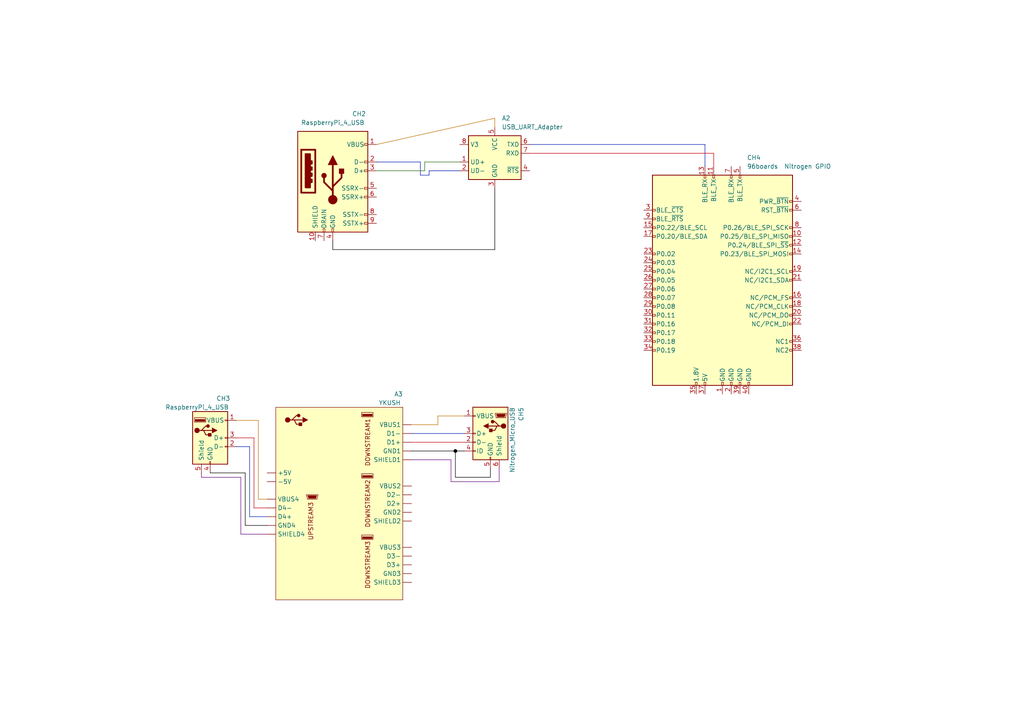
<source format=kicad_sch>
(kicad_sch (version 20211123) (generator eeschema)
  (paper "A4")
  (title_block (title "Nitrogen DUT") (date "2022-05-09") (company "Huawei inc.") (comment 1 "SPDX-FileCopyrightText: 2022 Huawei Inc.") (comment 2 "SPDX-License-Identifier: Apache-2.0") (comment 4 "Devices: Raspberry Pi 4B, 96boards Nitrogen, USB-UART adapter"))
  (lib_symbols
    (symbol "Connector:USB3_A" (pin_names (offset 1.016))
      (property "Reference" "J" (at -10.16 15.24 0))
      (property "Value" "USB3_A" (at 10.16 15.24 0))
      (symbol "USB3_A_0_0"
        (rectangle (start -9.144 8.636) (end -5.08 -3.81) (stroke (width 0.508)))
        (rectangle (start -7.874 7.366) (end -6.604 -2.286) (stroke (width 0.508)) (fill (type outline)))
        (rectangle (start -6.35 0) (end -6.096 -0.762) (stroke (width 0.508)))
        (rectangle (start -6.35 1.778) (end -6.096 1.016) (stroke (width 0.508)))
        (rectangle (start -6.35 3.556) (end -6.096 2.794) (stroke (width 0.508)))
        (rectangle (start -6.35 5.334) (end -6.096 4.572) (stroke (width 0.508)))
        (rectangle (start -2.794 -15.24) (end -2.286 -14.224))
        (rectangle (start -0.254 -15.24) (end 0.254 -14.224))
        (rectangle (start 10.16 -12.446) (end 9.144 -12.954))
        (rectangle (start 10.16 -9.906) (end 9.144 -10.414))
        (rectangle (start 10.16 -4.826) (end 9.144 -5.334))
        (rectangle (start 10.16 -2.286) (end 9.144 -2.794))
        (rectangle (start 10.16 2.794) (end 9.144 2.286))
        (rectangle (start 10.16 5.334) (end 9.144 4.826))
        (rectangle (start 10.16 10.414) (end 9.144 9.906))
      )
      (symbol "USB3_A_0_1"
        (rectangle (start -10.16 13.97) (end 10.16 -15.24) (stroke (width 0.254)) (fill (type background)))
      )
      (symbol "USB3_A_1_1"
        (circle (center -2.54 1.143) (radius 0.635) (stroke (width 0.254)) (fill (type outline)))
        (circle (center 0 -5.842) (radius 1.27) (fill (type outline)))
        (polyline (pts (xy 0 -5.842) (xy 0 4.318)) (stroke (width 0.508)))
        (polyline (pts (xy 0 -3.302) (xy -2.54 -0.762) (xy -2.54 0.508)) (stroke (width 0.508)))
        (polyline (pts (xy 0 -2.032) (xy 2.54 0.508) (xy 2.54 1.778)) (stroke (width 0.508)))
        (polyline (pts (xy -1.27 4.318) (xy 0 6.858) (xy 1.27 4.318) (xy -1.27 4.318)) (stroke (width 0.254)) (fill (type outline)))
        (rectangle (start 1.905 1.778) (end 3.175 3.048) (stroke (width 0.254)) (fill (type outline)))
        (pin power_in line (at 12.7 10.16 180) (length 2.54) (name "VBUS") (number "1"))
        (pin passive line (at -5.08 -17.78 90) (length 2.54) (name "SHIELD") (number "10"))
        (pin bidirectional line (at 12.7 5.08 180) (length 2.54) (name "D-") (number "2"))
        (pin bidirectional line (at 12.7 2.54 180) (length 2.54) (name "D+") (number "3"))
        (pin power_in line (at 0 -17.78 90) (length 2.54) (name "GND") (number "4"))
        (pin output line (at 12.7 -2.54 180) (length 2.54) (name "SSRX-") (number "5"))
        (pin output line (at 12.7 -5.08 180) (length 2.54) (name "SSRX+") (number "6"))
        (pin passive line (at -2.54 -17.78 90) (length 2.54) (name "DRAIN") (number "7"))
        (pin input line (at 12.7 -10.16 180) (length 2.54) (name "SSTX-") (number "8"))
        (pin input line (at 12.7 -12.7 180) (length 2.54) (name "SSTX+") (number "9"))
      )
    )
    (symbol "Connector:USB_A" (pin_names (offset 1.016))
      (property "Reference" "J" (at -5.08 11.43 0))
      (property "Value" "USB_A" (at -5.08 8.89 0))
      (symbol "USB_A_0_1"
        (rectangle (start -5.08 -7.62) (end 5.08 7.62) (stroke (width 0.254)) (fill (type background)))
        (circle (center -3.81 2.159) (radius 0.635) (stroke (width 0.254)) (fill (type outline)))
        (rectangle (start -1.524 4.826) (end -4.318 5.334) (fill (type outline)))
        (rectangle (start -1.27 4.572) (end -4.572 5.842))
        (circle (center -0.635 3.429) (radius 0.381) (stroke (width 0.254)) (fill (type outline)))
        (rectangle (start -0.127 -7.62) (end 0.127 -6.858))
        (polyline (pts (xy -3.175 2.159) (xy -2.54 2.159) (xy -1.27 3.429) (xy -0.635 3.429)) (stroke (width 0.254)))
        (polyline (pts (xy -2.54 2.159) (xy -1.905 2.159) (xy -1.27 0.889) (xy 0 0.889)) (stroke (width 0.254)))
        (polyline (pts (xy 0.635 2.794) (xy 0.635 1.524) (xy 1.905 2.159) (xy 0.635 2.794)) (stroke (width 0.254)) (fill (type outline)))
        (rectangle (start 0.254 1.27) (end -0.508 0.508) (stroke (width 0.254)) (fill (type outline)))
        (rectangle (start 5.08 -2.667) (end 4.318 -2.413))
        (rectangle (start 5.08 -0.127) (end 4.318 0.127))
        (rectangle (start 5.08 4.953) (end 4.318 5.207))
      )
      (symbol "USB_A_1_1"
        (polyline (pts (xy -1.905 2.159) (xy 0.635 2.159)) (stroke (width 0.254)))
        (pin power_in line (at 7.62 5.08 180) (length 2.54) (name "VBUS") (number "1"))
        (pin bidirectional line (at 7.62 -2.54 180) (length 2.54) (name "D-") (number "2"))
        (pin bidirectional line (at 7.62 0 180) (length 2.54) (name "D+") (number "3"))
        (pin power_in line (at 0 -10.16 90) (length 2.54) (name "GND") (number "4"))
        (pin passive line (at -2.54 -10.16 90) (length 2.54) (name "Shield") (number "5"))
      )
    )
    (symbol "Connector:USB_B_Micro" (pin_names (offset 1.016))
      (property "Reference" "J" (at -5.08 11.43 0))
      (property "Value" "USB_B_Micro" (at -5.08 8.89 0))
      (symbol "USB_B_Micro_0_1"
        (rectangle (start -5.08 -7.62) (end 5.08 7.62) (stroke (width 0.254)) (fill (type background)))
        (circle (center -3.81 2.159) (radius 0.635) (stroke (width 0.254)) (fill (type outline)))
        (circle (center -0.635 3.429) (radius 0.381) (stroke (width 0.254)) (fill (type outline)))
        (rectangle (start -0.127 -7.62) (end 0.127 -6.858))
        (polyline (pts (xy -1.905 2.159) (xy 0.635 2.159)) (stroke (width 0.254)))
        (polyline (pts (xy -3.175 2.159) (xy -2.54 2.159) (xy -1.27 3.429) (xy -0.635 3.429)) (stroke (width 0.254)))
        (polyline (pts (xy -2.54 2.159) (xy -1.905 2.159) (xy -1.27 0.889) (xy 0 0.889)) (stroke (width 0.254)))
        (polyline (pts (xy 0.635 2.794) (xy 0.635 1.524) (xy 1.905 2.159) (xy 0.635 2.794)) (stroke (width 0.254)) (fill (type outline)))
        (polyline (pts (xy -4.318 5.588) (xy -1.778 5.588) (xy -2.032 4.826) (xy -4.064 4.826) (xy -4.318 5.588)) (fill (type outline)))
        (polyline (pts (xy -4.699 5.842) (xy -4.699 5.588) (xy -4.445 4.826) (xy -4.445 4.572) (xy -1.651 4.572) (xy -1.651 4.826) (xy -1.397 5.588) (xy -1.397 5.842) (xy -4.699 5.842)))
        (rectangle (start 0.254 1.27) (end -0.508 0.508) (stroke (width 0.254)) (fill (type outline)))
        (rectangle (start 5.08 -5.207) (end 4.318 -4.953))
        (rectangle (start 5.08 -2.667) (end 4.318 -2.413))
        (rectangle (start 5.08 -0.127) (end 4.318 0.127))
        (rectangle (start 5.08 4.953) (end 4.318 5.207))
      )
      (symbol "USB_B_Micro_1_1"
        (pin power_out line (at 7.62 5.08 180) (length 2.54) (name "VBUS") (number "1"))
        (pin bidirectional line (at 7.62 -2.54 180) (length 2.54) (name "D-") (number "2"))
        (pin bidirectional line (at 7.62 0 180) (length 2.54) (name "D+") (number "3"))
        (pin passive line (at 7.62 -5.08 180) (length 2.54) (name "ID") (number "4"))
        (pin power_out line (at 0 -10.16 90) (length 2.54) (name "GND") (number "5"))
        (pin passive line (at -2.54 -10.16 90) (length 2.54) (name "Shield") (number "6"))
      )
    )
    (symbol "Interface_USB:CH330N"
      (property "Reference" "U" (at -7.62 6.35 0))
      (property "Value" "CH330N" (at 7.62 6.35 0))
      (symbol "CH330N_0_1"
        (rectangle (start -7.62 5.08) (end 7.62 -7.62) (stroke (width 0.254)) (fill (type background)))
      )
      (symbol "CH330N_1_1"
        (pin bidirectional line (at -10.16 -2.54 0) (length 2.54) (name "UD+") (number "1"))
        (pin bidirectional line (at -10.16 -5.08 0) (length 2.54) (name "UD-") (number "2"))
        (pin power_in line (at 0 -10.16 90) (length 2.54) (name "GND") (number "3"))
        (pin output line (at 10.16 -5.08 180) (length 2.54) (name "~{RTS}") (number "4"))
        (pin power_in line (at 0 7.62 270) (length 2.54) (name "VCC") (number "5"))
        (pin output line (at 10.16 2.54 180) (length 2.54) (name "TXD") (number "6"))
        (pin input line (at 10.16 0 180) (length 2.54) (name "RXD") (number "7"))
        (pin passive line (at -10.16 2.54 0) (length 2.54) (name "V3") (number "8"))
      )
    )
    (symbol "OSTC:96boards  Nitrogen" (pin_names (offset 1.016))
      (property "Reference" "J" (at 7.0994 35.56 0))
      (property "Value" "96boards  Nitrogen" (at 7.0994 33.02 0))
      (symbol "96boards  Nitrogen_0_1"
        (rectangle (start -20.32 30.48) (end 20.32 -30.48) (stroke (width 0.254)) (fill (type background)))
      )
      (symbol "96boards  Nitrogen_1_1"
        (rectangle (start -19.431 -20.066) (end -20.32 -20.574))
        (rectangle (start -19.431 -17.526) (end -20.32 -18.034))
        (rectangle (start -19.431 -14.986) (end -20.32 -15.494))
        (rectangle (start -19.431 -12.446) (end -20.32 -12.954))
        (rectangle (start -19.431 -9.906) (end -20.32 -10.414))
        (rectangle (start -19.431 -7.366) (end -20.32 -7.874))
        (rectangle (start -19.431 -4.826) (end -20.32 -5.334))
        (rectangle (start -19.431 -2.286) (end -20.32 -2.794))
        (rectangle (start -19.431 0.254) (end -20.32 -0.254))
        (rectangle (start -19.431 2.794) (end -20.32 2.286))
        (rectangle (start -19.431 5.334) (end -20.32 4.826))
        (rectangle (start -19.431 7.874) (end -20.32 7.366))
        (rectangle (start -19.431 12.954) (end -20.32 12.446))
        (rectangle (start -19.431 15.494) (end -20.32 14.986))
        (rectangle (start -19.431 18.034) (end -20.32 17.526))
        (rectangle (start -19.431 20.574) (end -20.32 20.066))
        (rectangle (start -7.874 -29.591) (end -7.366 -30.48))
        (rectangle (start -5.334 -29.591) (end -4.826 -30.48))
        (rectangle (start -5.334 30.48) (end -4.826 29.591))
        (rectangle (start -2.794 30.48) (end -2.286 29.591))
        (rectangle (start -0.254 -29.591) (end 0.254 -30.48))
        (rectangle (start 2.286 -29.591) (end 2.794 -30.48))
        (rectangle (start 2.286 30.48) (end 2.794 29.591))
        (rectangle (start 4.826 -29.591) (end 5.334 -30.48))
        (rectangle (start 4.826 30.48) (end 5.334 29.591))
        (rectangle (start 7.366 -29.591) (end 7.874 -30.48))
        (rectangle (start 20.32 -20.066) (end 19.431 -20.574))
        (rectangle (start 20.32 -17.526) (end 19.431 -18.034))
        (rectangle (start 20.32 -12.446) (end 19.431 -12.954))
        (rectangle (start 20.32 -9.906) (end 19.431 -10.414))
        (rectangle (start 20.32 -7.366) (end 19.431 -7.874))
        (rectangle (start 20.32 -4.826) (end 19.431 -5.334))
        (rectangle (start 20.32 0.254) (end 19.431 -0.254))
        (rectangle (start 20.32 2.794) (end 19.431 2.286))
        (rectangle (start 20.32 7.874) (end 19.431 7.366))
        (rectangle (start 20.32 10.414) (end 19.431 9.906))
        (rectangle (start 20.32 12.954) (end 19.431 12.446))
        (rectangle (start 20.32 15.494) (end 19.431 14.986))
        (rectangle (start 20.32 20.574) (end 19.431 20.066))
        (rectangle (start 20.32 23.114) (end 19.431 22.606))
        (pin power_in line (at 0 -33.02 90) (length 2.54) (name "GND") (number "1"))
        (pin bidirectional line (at 22.86 12.7 180) (length 2.54) (name "P0.25/BLE_SPI_MISO") (number "10"))
        (pin power_in line (at -2.54 33.02 270) (length 2.54) (name "BLE_TX") (number "11"))
        (pin bidirectional line (at 22.86 10.16 180) (length 2.54) (name "P0.24/BLE_SPI_~{SS}") (number "12"))
        (pin power_in line (at -5.08 33.02 270) (length 2.54) (name "BLE_RX") (number "13"))
        (pin bidirectional line (at 22.86 7.62 180) (length 2.54) (name "P0.23/BLE_SPI_MOSI") (number "14"))
        (pin bidirectional line (at -22.86 15.24 0) (length 2.54) (name "P0.22/BLE_SCL") (number "15"))
        (pin bidirectional line (at 22.86 -5.08 180) (length 2.54) (name "NC/PCM_FS") (number "16"))
        (pin bidirectional line (at -22.86 12.7 0) (length 2.54) (name "P0.20/BLE_SDA") (number "17"))
        (pin bidirectional line (at 22.86 -7.62 180) (length 2.54) (name "NC/PCM_CLK") (number "18"))
        (pin bidirectional line (at 22.86 2.54 180) (length 2.54) (name "NC/I2C1_SCL") (number "19"))
        (pin power_in line (at 2.54 -33.02 90) (length 2.54) (name "GND") (number "2"))
        (pin bidirectional line (at 22.86 -10.16 180) (length 2.54) (name "NC/PCM_DO") (number "20"))
        (pin bidirectional line (at 22.86 0 180) (length 2.54) (name "NC/I2C1_SDA") (number "21"))
        (pin bidirectional line (at 22.86 -12.7 180) (length 2.54) (name "NC/PCM_DI") (number "22"))
        (pin bidirectional line (at -22.86 7.62 0) (length 2.54) (name "P0.02") (number "23"))
        (pin bidirectional line (at -22.86 5.08 0) (length 2.54) (name "P0.03") (number "24"))
        (pin bidirectional line (at -22.86 2.54 0) (length 2.54) (name "P0.04") (number "25"))
        (pin bidirectional line (at -22.86 0 0) (length 2.54) (name "P0.05") (number "26"))
        (pin bidirectional line (at -22.86 -2.54 0) (length 2.54) (name "P0.06") (number "27"))
        (pin bidirectional line (at -22.86 -5.08 0) (length 2.54) (name "P0.07") (number "28"))
        (pin bidirectional line (at -22.86 -7.62 0) (length 2.54) (name "P0.08") (number "29"))
        (pin bidirectional line (at -22.86 20.32 0) (length 2.54) (name "BLE_~{CTS}") (number "3"))
        (pin bidirectional line (at -22.86 -10.16 0) (length 2.54) (name "P0.11") (number "30"))
        (pin bidirectional line (at -22.86 -12.7 0) (length 2.54) (name "P0.16") (number "31"))
        (pin bidirectional line (at -22.86 -15.24 0) (length 2.54) (name "P0.17") (number "32"))
        (pin bidirectional line (at -22.86 -17.78 0) (length 2.54) (name "P0.18") (number "33"))
        (pin bidirectional line (at -22.86 -20.32 0) (length 2.54) (name "P0.19") (number "34"))
        (pin power_in line (at -7.62 -33.02 90) (length 2.54) (name "1.8V") (number "35"))
        (pin bidirectional line (at 22.86 -17.78 180) (length 2.54) (name "NC1") (number "36"))
        (pin power_in line (at -5.08 -33.02 90) (length 2.54) (name "5V") (number "37"))
        (pin bidirectional line (at 22.86 -20.32 180) (length 2.54) (name "NC2") (number "38"))
        (pin power_in line (at 5.08 -33.02 90) (length 2.54) (name "GND") (number "39"))
        (pin bidirectional line (at 22.86 22.86 180) (length 2.54) (name "PWR_~{BTN}") (number "4"))
        (pin power_in line (at 7.62 -33.02 90) (length 2.54) (name "GND") (number "40"))
        (pin power_in line (at 5.08 33.02 270) (length 2.54) (name "BLE_TX") (number "5"))
        (pin bidirectional line (at 22.86 20.32 180) (length 2.54) (name "RST_~{BTN}") (number "6"))
        (pin power_in line (at 2.54 33.02 270) (length 2.54) (name "BLE_RX") (number "7"))
        (pin bidirectional line (at 22.86 15.24 180) (length 2.54) (name "P0.26/BLE_SPI_SCK") (number "8"))
        (pin bidirectional line (at -22.86 17.78 0) (length 2.54) (name "BLE_~{RTS}") (number "9"))
      )
    )
    (symbol "OSTC:YKUSH"
      (property "Reference" "A" (at 16.51 31.75 0))
      (property "Value" "YKUSH" (at 13.97 29.21 0))
      (symbol "YKUSH_0_0"
        (text "DOWNSTREAM1" (at 7.62 17.78 900) (effects (font (size 1.27 1.27))))
        (text "DOWNSTREAM2" (at 7.62 0 900) (effects (font (size 1.27 1.27))))
        (text "DOWNSTREAM3" (at 7.62 -17.78 900) (effects (font (size 1.27 1.27))))
        (text "UPSTREAM3" (at -8.89 -5.08 900) (effects (font (size 1.27 1.27))))
      )
      (symbol "YKUSH_0_1"
        (rectangle (start -19.05 27.94) (end 17.78 -27.94) (fill (type background)))
        (circle (center -15.621 24.257) (radius 0.635) (stroke (width 0.254)) (fill (type outline)))
        (circle (center -12.446 25.527) (radius 0.381) (stroke (width 0.254)) (fill (type outline)))
        (rectangle (start -11.557 23.368) (end -12.319 22.606) (stroke (width 0.254)) (fill (type outline)))
        (polyline (pts (xy -13.716 24.257) (xy -11.176 24.257)) (stroke (width 0.254)))
        (polyline (pts (xy -14.986 24.257) (xy -14.351 24.257) (xy -13.081 25.527) (xy -12.446 25.527)) (stroke (width 0.254)))
        (polyline (pts (xy -14.351 24.257) (xy -13.716 24.257) (xy -13.081 22.987) (xy -11.811 22.987)) (stroke (width 0.254)))
        (polyline (pts (xy -11.176 24.892) (xy -11.176 23.622) (xy -9.906 24.257) (xy -11.176 24.892)) (stroke (width 0.254)) (fill (type outline)))
        (polyline (pts (xy -9.779 2.286) (xy -7.239 2.286) (xy -7.493 1.524) (xy -9.525 1.524) (xy -9.779 2.286)) (fill (type outline)))
        (polyline (pts (xy -10.16 2.54) (xy -10.16 2.286) (xy -9.906 1.524) (xy -9.906 1.27) (xy -7.112 1.27) (xy -7.112 1.524) (xy -6.858 2.286) (xy -6.858 2.54) (xy -10.16 2.54)))
        (rectangle (start 8.89 -10.16) (end 6.096 -9.652) (fill (type outline)))
        (rectangle (start 8.89 7.62) (end 6.096 8.128) (fill (type outline)))
        (rectangle (start 8.89 25.4) (end 6.096 25.908) (fill (type outline)))
        (rectangle (start 9.144 -10.414) (end 5.842 -9.144))
        (rectangle (start 9.144 7.366) (end 5.842 8.636))
        (rectangle (start 9.144 25.146) (end 5.842 26.416))
      )
      (symbol "YKUSH_1_1"
        (pin power_in line (at -21.59 8.89 0) (length 2.54) (name "+5V") (number ""))
        (pin power_in line (at -21.59 6.35 0) (length 2.54) (name "-5V") (number ""))
        (pin bidirectional line (at 20.32 17.78 180) (length 2.54) (name "D1+") (number ""))
        (pin bidirectional line (at 20.32 20.32 180) (length 2.54) (name "D1-") (number ""))
        (pin bidirectional line (at 20.32 0 180) (length 2.54) (name "D2+") (number ""))
        (pin bidirectional line (at 20.32 2.54 180) (length 2.54) (name "D2-") (number ""))
        (pin bidirectional line (at 20.32 -17.78 180) (length 2.54) (name "D3+") (number ""))
        (pin bidirectional line (at 20.32 -15.24 180) (length 2.54) (name "D3-") (number ""))
        (pin bidirectional line (at -21.59 -3.81 0) (length 2.54) (name "D4+") (number ""))
        (pin bidirectional line (at -21.59 -1.27 0) (length 2.54) (name "D4-") (number ""))
        (pin power_out line (at 20.32 15.24 180) (length 2.54) (name "GND1") (number ""))
        (pin power_out line (at 20.32 -2.54 180) (length 2.54) (name "GND2") (number ""))
        (pin power_out line (at 20.32 -20.32 180) (length 2.54) (name "GND3") (number ""))
        (pin power_in line (at -21.59 -6.35 0) (length 2.54) (name "GND4") (number ""))
        (pin passive line (at 20.32 12.7 180) (length 2.54) (name "SHIELD1") (number ""))
        (pin passive line (at 20.32 -5.08 180) (length 2.54) (name "SHIELD2") (number ""))
        (pin passive line (at 20.32 -22.86 180) (length 2.54) (name "SHIELD3") (number ""))
        (pin passive line (at -21.59 -8.89 0) (length 2.54) (name "SHIELD4") (number ""))
        (pin power_out line (at 20.32 22.86 180) (length 2.54) (name "VBUS1") (number ""))
        (pin power_out line (at 20.32 5.08 180) (length 2.54) (name "VBUS2") (number ""))
        (pin power_out line (at 20.32 -12.7 180) (length 2.54) (name "VBUS3") (number ""))
        (pin power_in line (at -21.59 1.27 0) (length 2.54) (name "VBUS4") (number ""))
      )
    )
  )
  (junction (at 132.08 130.81) (color 0 0 0 1))
  (wire (pts (xy 119.38 125.73) (xy 134.62 125.73)) (stroke (width 0) (color 0 26 175 1)))
  (wire (pts (xy 130.81 133.35) (xy 130.81 139.7)) (stroke (width 0) (color 104 10 128 1)))
  (wire (pts (xy 58.42 137.16) (xy 58.42 138.43)) (stroke (width 0) (color 104 10 128 1)))
  (wire (pts (xy 121.92 50.8) (xy 121.92 46.99)) (stroke (width 0) (color 0 26 175 1)))
  (wire (pts (xy 127 123.19) (xy 127 120.65)) (stroke (width 0) (color 189 118 4 1)))
  (wire (pts (xy 123.19 46.99) (xy 133.35 46.99)) (stroke (width 0) (color 44 109 23 1)))
  (wire (pts (xy 204.47 48.26) (xy 204.47 41.91)) (stroke (width 0) (color 0 26 175 1)))
  (wire (pts (xy 121.92 46.99) (xy 109.22 46.99)) (stroke (width 0) (color 0 26 175 1)))
  (wire (pts (xy 77.47 144.78) (xy 74.93 144.78)) (stroke (width 0) (color 189 118 4 1)))
  (wire (pts (xy 109.22 41.91) (xy 143.51 34.29)) (stroke (width 0) (color 189 118 4 1)))
  (wire (pts (xy 77.47 149.86) (xy 72.39 149.86)) (stroke (width 0) (color 0 26 175 1)))
  (wire (pts (xy 68.58 127) (xy 73.66 127)) (stroke (width 0) (color 200 0 13 1)))
  (wire (pts (xy 143.51 36.83) (xy 143.51 34.29)) (stroke (width 0) (color 189 118 4 1)))
  (wire (pts (xy 71.12 137.16) (xy 71.12 152.4)) (stroke (width 0) (color 0 0 0 1)))
  (wire (pts (xy 153.67 44.45) (xy 207.01 44.45)) (stroke (width 0) (color 200 0 13 1)))
  (wire (pts (xy 73.66 147.32) (xy 77.47 147.32)) (stroke (width 0) (color 200 0 13 1)))
  (wire (pts (xy 143.51 54.61) (xy 143.51 72.39)) (stroke (width 0) (color 0 0 0 1)))
  (wire (pts (xy 119.38 128.27) (xy 134.62 128.27)) (stroke (width 0) (color 200 0 13 1)))
  (wire (pts (xy 68.58 129.54) (xy 72.39 129.54)) (stroke (width 0) (color 0 26 175 1)))
  (wire (pts (xy 71.12 152.4) (xy 77.47 152.4)) (stroke (width 0) (color 0 0 0 1)))
  (wire (pts (xy 123.19 49.53) (xy 123.19 46.99)) (stroke (width 0) (color 44 109 23 1)))
  (wire (pts (xy 144.78 139.7) (xy 144.78 135.89)) (stroke (width 0) (color 104 10 128 1)))
  (wire (pts (xy 72.39 149.86) (xy 72.39 129.54)) (stroke (width 0) (color 0 26 175 1)))
  (wire (pts (xy 119.38 123.19) (xy 127 123.19)) (stroke (width 0) (color 189 118 4 1)))
  (wire (pts (xy 96.52 72.39) (xy 143.51 72.39)) (stroke (width 0) (color 0 0 0 1)))
  (wire (pts (xy 77.47 154.94) (xy 69.85 154.94)) (stroke (width 0) (color 104 10 128 1)))
  (wire (pts (xy 207.01 44.45) (xy 207.01 48.26)) (stroke (width 0) (color 200 0 13 1)))
  (wire (pts (xy 130.81 139.7) (xy 144.78 139.7)) (stroke (width 0) (color 104 10 128 1)))
  (wire (pts (xy 124.46 50.8) (xy 121.92 50.8)) (stroke (width 0) (color 0 26 175 1)))
  (wire (pts (xy 74.93 121.92) (xy 68.58 121.92)) (stroke (width 0) (color 189 118 4 1)))
  (wire (pts (xy 69.85 154.94) (xy 69.85 138.43)) (stroke (width 0) (color 104 10 128 1)))
  (wire (pts (xy 127 120.65) (xy 134.62 120.65)) (stroke (width 0) (color 189 118 4 1)))
  (wire (pts (xy 142.24 135.89) (xy 142.24 138.43)) (stroke (width 0) (color 0 0 0 1)))
  (wire (pts (xy 73.66 127) (xy 73.66 147.32)) (stroke (width 0) (color 200 0 13 1)))
  (wire (pts (xy 60.96 137.16) (xy 71.12 137.16)) (stroke (width 0) (color 0 0 0 1)))
  (wire (pts (xy 96.52 69.85) (xy 96.52 72.39)) (stroke (width 0) (color 0 0 0 1)))
  (wire (pts (xy 119.38 130.81) (xy 132.08 130.81)) (stroke (width 0) (color 0 0 0 1)))
  (wire (pts (xy 134.62 130.81) (xy 132.08 130.81)) (stroke (width 0) (color 0 0 0 1)))
  (wire (pts (xy 124.46 49.53) (xy 124.46 50.8)) (stroke (width 0) (color 0 26 175 1)))
  (wire (pts (xy 132.08 130.81) (xy 132.08 138.43)) (stroke (width 0) (color 0 0 0 1)))
  (wire (pts (xy 109.22 49.53) (xy 123.19 49.53)) (stroke (width 0) (color 44 109 23 1)))
  (wire (pts (xy 69.85 138.43) (xy 58.42 138.43)) (stroke (width 0) (color 104 10 128 1)))
  (wire (pts (xy 74.93 144.78) (xy 74.93 121.92)) (stroke (width 0) (color 189 118 4 1)))
  (wire (pts (xy 119.38 133.35) (xy 130.81 133.35)) (stroke (width 0) (color 104 10 128 1)))
  (wire (pts (xy 132.08 138.43) (xy 142.24 138.43)) (stroke (width 0) (color 0 0 0 1)))
  (wire (pts (xy 133.35 49.53) (xy 124.46 49.53)) (stroke (width 0) (color 0 26 175 1)))
  (wire (pts (xy 204.47 41.91) (xy 153.67 41.91)) (stroke (width 0) (color 0 26 175 1)))
  (symbol (lib_id "Connector:USB3_A") (at 96.52 52.07 0) (unit 1)
    (property "Reference" "CH2" (at 104.14 33.02 0))
    (property "Value" "RaspberryPi_4_USB" (at 96.52 35.56 0))
  )
  (symbol (lib_id "OSTC:96boards  Nitrogen") (at 209.55 81.28 0) (unit 1)
    (property "Reference" "CH4" (at 216.6494 45.72 0) (effects (justify left)))
    (property "Value" "96boards  Nitrogen GPIO" (at 216.6494 48.26 0) (effects (justify left)))
    (property "Datasheet" "https://github.com/SeeedDocument/BLE-Nitrogen/blob/master/res/BLE%20Nitrogen%20v1.1%20Sch.pdf" (effects hide))
  )
  (symbol (lib_id "Connector:USB_B_Micro") (at 142.24 125.73 0) (mirror y) (unit 1)
    (property "Reference" "CH5" (at 151.13 118.11 90) (effects (justify right)))
    (property "Value" "Nitrogen_Micro_USB" (at 148.59 118.11 90) (effects (justify right)))
  )
  (symbol (lib_id "Connector:USB_A") (at 60.96 127 0) (unit 1)
    (property "Reference" "CH3" (at 64.77 115.57 0))
    (property "Value" "RaspberryPi_4_USB" (at 57.15 118.11 0))
    (property "Datasheet" " ~" (effects hide))
  )
  (symbol (lib_id "Interface_USB:CH330N") (at 143.51 44.45 0) (unit 1)
    (property "Reference" "A2" (at 145.5294 34.29 0) (effects (justify left)))
    (property "Value" "USB_UART_Adapter" (at 145.5294 36.83 0) (effects (justify left)))
    (property "Footprint" "Package_SO:SOIC-8_3.9x4.9mm_P1.27mm" (effects hide))
    (property "Datasheet" "http://www.wch.cn/downloads/file/240.html" (effects hide))
  )
  (symbol (lib_id "OSTC:YKUSH") (at 99.06 146.05 0) (unit 1)
    (property "Reference" "A3" (at 115.57 114.3 0))
    (property "Value" "YKUSH" (at 113.03 116.84 0))
    (property "Datasheet" "https://www.yepkit.com/uploads/documents/aa99b_schematics.zip" (effects hide))
  )
)
</source>
